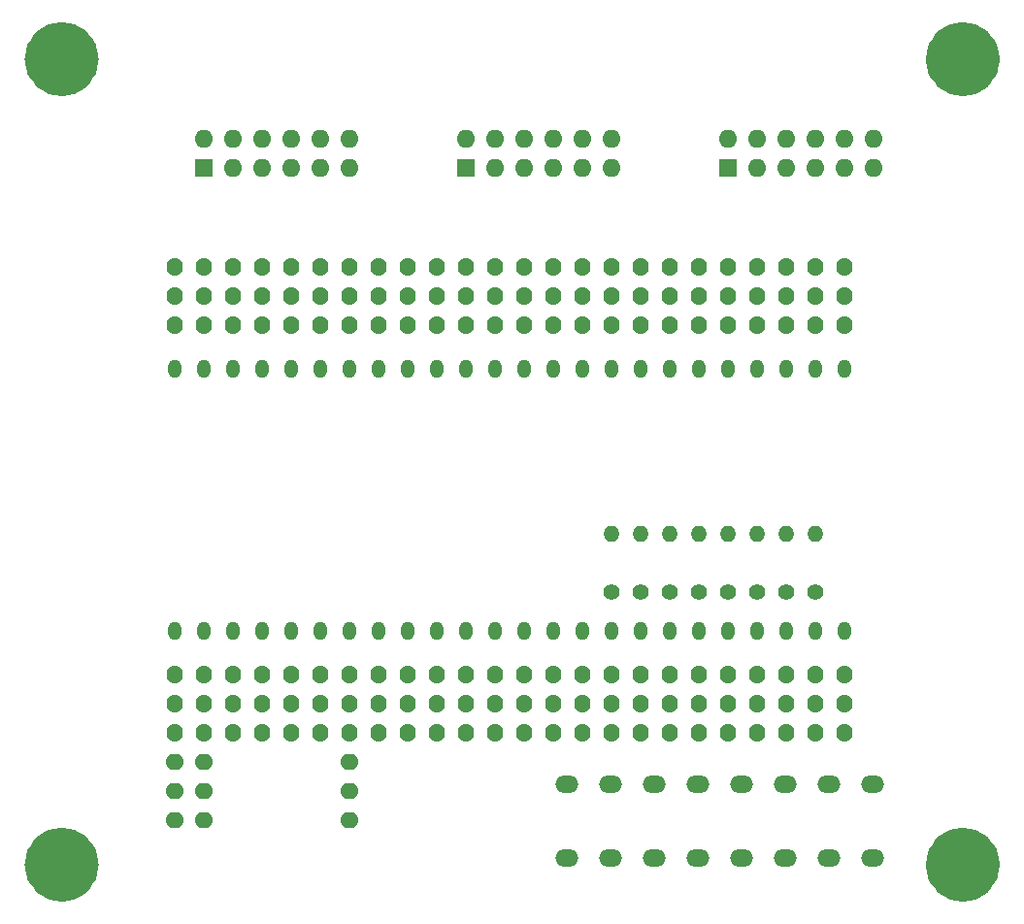
<source format=gbs>
%TF.GenerationSoftware,KiCad,Pcbnew,(7.0.0)*%
%TF.CreationDate,2023-03-12T18:50:35+09:00*%
%TF.ProjectId,TangNano_PmodBase,54616e67-4e61-46e6-9f5f-506d6f644261,rev?*%
%TF.SameCoordinates,Original*%
%TF.FileFunction,Soldermask,Bot*%
%TF.FilePolarity,Negative*%
%FSLAX46Y46*%
G04 Gerber Fmt 4.6, Leading zero omitted, Abs format (unit mm)*
G04 Created by KiCad (PCBNEW (7.0.0)) date 2023-03-12 18:50:35*
%MOMM*%
%LPD*%
G01*
G04 APERTURE LIST*
%ADD10C,3.250000*%
%ADD11R,1.600000X1.600000*%
%ADD12O,1.600000X1.600000*%
%ADD13O,2.000000X1.500000*%
%ADD14C,1.400000*%
%ADD15O,1.400000X1.400000*%
%ADD16O,1.600000X1.400000*%
%ADD17C,3.200000*%
%ADD18O,1.400000X1.600000*%
%ADD19O,1.200000X1.600000*%
G04 APERTURE END LIST*
%TO.C,H1*%
D10*
X76325000Y-31530000D02*
G75*
G03*
X76325000Y-31530000I-1625000J0D01*
G01*
%TO.C,H4*%
X76325000Y-101800000D02*
G75*
G03*
X76325000Y-101800000I-1625000J0D01*
G01*
%TO.C,H3*%
X154925000Y-31530000D02*
G75*
G03*
X154925000Y-31530000I-1625000J0D01*
G01*
%TO.C,H2*%
X154925000Y-101800000D02*
G75*
G03*
X154925000Y-101800000I-1625000J0D01*
G01*
%TD*%
D11*
%TO.C,J7*%
X87139999Y-41029999D03*
D12*
X89679999Y-41029999D03*
X92219999Y-41029999D03*
X94759999Y-41029999D03*
X97299999Y-41029999D03*
X99839999Y-41029999D03*
X87139999Y-38489999D03*
X89679999Y-38489999D03*
X92219999Y-38489999D03*
X94759999Y-38489999D03*
X97299999Y-38489999D03*
X99839999Y-38489999D03*
%TD*%
D13*
%TO.C,SW7*%
X122569999Y-94749999D03*
X122569999Y-101249999D03*
%TD*%
D11*
%TO.C,J6*%
X109999999Y-41029999D03*
D12*
X112539999Y-41029999D03*
X115079999Y-41029999D03*
X117619999Y-41029999D03*
X120159999Y-41029999D03*
X122699999Y-41029999D03*
X109999999Y-38489999D03*
X112539999Y-38489999D03*
X115079999Y-38489999D03*
X117619999Y-38489999D03*
X120159999Y-38489999D03*
X122699999Y-38489999D03*
%TD*%
D14*
%TO.C,R5*%
X130320000Y-77995000D03*
D15*
X130319999Y-72914999D03*
%TD*%
D16*
%TO.C,J11*%
X87139999Y-92859999D03*
X87139999Y-95399999D03*
X87139999Y-97939999D03*
%TD*%
D17*
%TO.C,H1*%
X74700000Y-31530000D03*
%TD*%
D14*
%TO.C,R2*%
X137940000Y-77995000D03*
D15*
X137939999Y-72914999D03*
%TD*%
D14*
%TO.C,R8*%
X122700000Y-77995000D03*
D15*
X122699999Y-72914999D03*
%TD*%
D14*
%TO.C,R1*%
X140480000Y-78000000D03*
D15*
X140479999Y-72919999D03*
%TD*%
D17*
%TO.C,H4*%
X74700000Y-101800000D03*
%TD*%
D14*
%TO.C,R3*%
X135400000Y-77995000D03*
D15*
X135399999Y-72914999D03*
%TD*%
D13*
%TO.C,SW5*%
X130189999Y-94749999D03*
X130189999Y-101249999D03*
%TD*%
D14*
%TO.C,R6*%
X127780000Y-77995000D03*
D15*
X127779999Y-72914999D03*
%TD*%
D17*
%TO.C,H3*%
X153300000Y-31530000D03*
%TD*%
D18*
%TO.C,J8*%
X143019999Y-49679999D03*
X140479999Y-49679999D03*
X137939999Y-49679999D03*
X135399999Y-49679999D03*
X132859999Y-49679999D03*
X130319999Y-49679999D03*
X127779999Y-49679999D03*
X125239999Y-49679999D03*
X122699999Y-49679999D03*
X120159999Y-49679999D03*
X117619999Y-49679999D03*
X115079999Y-49679999D03*
X112539999Y-49679999D03*
X109999999Y-49679999D03*
X107459999Y-49679999D03*
X104919999Y-49679999D03*
X102379999Y-49679999D03*
X99839999Y-49679999D03*
X97299999Y-49679999D03*
X94759999Y-49679999D03*
X92219999Y-49679999D03*
X89679999Y-49679999D03*
X87139999Y-49679999D03*
X84599999Y-49679999D03*
%TD*%
D13*
%TO.C,SW8*%
X118759999Y-94749999D03*
X118759999Y-101249999D03*
%TD*%
D18*
%TO.C,J3*%
X143019999Y-87779999D03*
X140479999Y-87779999D03*
X137939999Y-87779999D03*
X135399999Y-87779999D03*
X132859999Y-87779999D03*
X130319999Y-87779999D03*
X127779999Y-87779999D03*
X125239999Y-87779999D03*
X122699999Y-87779999D03*
X120159999Y-87779999D03*
X117619999Y-87779999D03*
X115079999Y-87779999D03*
X112539999Y-87779999D03*
X109999999Y-87779999D03*
X107459999Y-87779999D03*
X104919999Y-87779999D03*
X102379999Y-87779999D03*
X99839999Y-87779999D03*
X97299999Y-87779999D03*
X94759999Y-87779999D03*
X92219999Y-87779999D03*
X89679999Y-87779999D03*
X87139999Y-87779999D03*
X84599999Y-87779999D03*
%TD*%
%TO.C,J4*%
X143019999Y-90319999D03*
X140479999Y-90319999D03*
X137939999Y-90319999D03*
X135399999Y-90319999D03*
X132859999Y-90319999D03*
X130319999Y-90319999D03*
X127779999Y-90319999D03*
X125239999Y-90319999D03*
X122699999Y-90319999D03*
X120159999Y-90319999D03*
X117619999Y-90319999D03*
X115079999Y-90319999D03*
X112539999Y-90319999D03*
X109999999Y-90319999D03*
X107459999Y-90319999D03*
X104919999Y-90319999D03*
X102379999Y-90319999D03*
X99839999Y-90319999D03*
X97299999Y-90319999D03*
X94759999Y-90319999D03*
X92219999Y-90319999D03*
X89679999Y-90319999D03*
X87139999Y-90319999D03*
X84599999Y-90319999D03*
%TD*%
D13*
%TO.C,SW4*%
X133999999Y-94749999D03*
X133999999Y-101249999D03*
%TD*%
D14*
%TO.C,R7*%
X125240000Y-77995000D03*
D15*
X125239999Y-72914999D03*
%TD*%
D13*
%TO.C,SW1*%
X145429999Y-94749999D03*
X145429999Y-101249999D03*
%TD*%
D18*
%TO.C,J2*%
X143019999Y-54759999D03*
X140479999Y-54759999D03*
X137939999Y-54759999D03*
X135399999Y-54759999D03*
X132859999Y-54759999D03*
X130319999Y-54759999D03*
X127779999Y-54759999D03*
X125239999Y-54759999D03*
X122699999Y-54759999D03*
X120159999Y-54759999D03*
X117619999Y-54759999D03*
X115079999Y-54759999D03*
X112539999Y-54759999D03*
X109999999Y-54759999D03*
X107459999Y-54759999D03*
X104919999Y-54759999D03*
X102379999Y-54759999D03*
X99839999Y-54759999D03*
X97299999Y-54759999D03*
X94759999Y-54759999D03*
X92219999Y-54759999D03*
X89679999Y-54759999D03*
X87139999Y-54759999D03*
X84599999Y-54759999D03*
%TD*%
D13*
%TO.C,SW3*%
X137809999Y-94749999D03*
X137809999Y-101249999D03*
%TD*%
D14*
%TO.C,R4*%
X132860000Y-77995000D03*
D15*
X132859999Y-72914999D03*
%TD*%
D18*
%TO.C,J1*%
X143019999Y-52219999D03*
X140479999Y-52219999D03*
X137939999Y-52219999D03*
X135399999Y-52219999D03*
X132859999Y-52219999D03*
X130319999Y-52219999D03*
X127779999Y-52219999D03*
X125239999Y-52219999D03*
X122699999Y-52219999D03*
X120159999Y-52219999D03*
X117619999Y-52219999D03*
X115079999Y-52219999D03*
X112539999Y-52219999D03*
X109999999Y-52219999D03*
X107459999Y-52219999D03*
X104919999Y-52219999D03*
X102379999Y-52219999D03*
X99839999Y-52219999D03*
X97299999Y-52219999D03*
X94759999Y-52219999D03*
X92219999Y-52219999D03*
X89679999Y-52219999D03*
X87139999Y-52219999D03*
X84599999Y-52219999D03*
%TD*%
D19*
%TO.C,U1*%
X143019999Y-58569999D03*
X140479999Y-58569999D03*
X137939999Y-58569999D03*
X135399999Y-58569999D03*
X132859999Y-58569999D03*
X130319999Y-58569999D03*
X127779999Y-58569999D03*
X125239999Y-58569999D03*
X122699999Y-58569999D03*
X120159999Y-58569999D03*
X117619999Y-58569999D03*
X115079999Y-58569999D03*
X112539999Y-58569999D03*
X109999999Y-58569999D03*
X107459999Y-58569999D03*
X104919999Y-58569999D03*
X102379999Y-58569999D03*
X99839999Y-58569999D03*
X97299999Y-58569999D03*
X94759999Y-58569999D03*
X92219999Y-58569999D03*
X89679999Y-58569999D03*
X87139999Y-58569999D03*
X84599999Y-58569999D03*
X84599999Y-81429999D03*
X87139999Y-81429999D03*
X89679999Y-81429999D03*
X92219999Y-81429999D03*
X94759999Y-81429999D03*
X97299999Y-81429999D03*
X99839999Y-81429999D03*
X102379999Y-81429999D03*
X104919999Y-81429999D03*
X107459999Y-81429999D03*
X109999999Y-81429999D03*
X112539999Y-81429999D03*
X115079999Y-81429999D03*
X117619999Y-81429999D03*
X120159999Y-81429999D03*
X122699999Y-81429999D03*
X125239999Y-81429999D03*
X127779999Y-81429999D03*
X130319999Y-81429999D03*
X132859999Y-81429999D03*
X135399999Y-81429999D03*
X137939999Y-81429999D03*
X140479999Y-81429999D03*
X143019999Y-81429999D03*
%TD*%
D13*
%TO.C,SW6*%
X126379999Y-94749999D03*
X126379999Y-101249999D03*
%TD*%
D16*
%TO.C,J12*%
X99839999Y-92859999D03*
X99839999Y-95399999D03*
X99839999Y-97939999D03*
%TD*%
D13*
%TO.C,SW2*%
X141619999Y-94749999D03*
X141619999Y-101249999D03*
%TD*%
D11*
%TO.C,J5*%
X132859999Y-41029999D03*
D12*
X135399999Y-41029999D03*
X137939999Y-41029999D03*
X140479999Y-41029999D03*
X143019999Y-41029999D03*
X145559999Y-41029999D03*
X132859999Y-38489999D03*
X135399999Y-38489999D03*
X137939999Y-38489999D03*
X140479999Y-38489999D03*
X143019999Y-38489999D03*
X145559999Y-38489999D03*
%TD*%
D18*
%TO.C,J9*%
X143019999Y-85239999D03*
X140479999Y-85239999D03*
X137939999Y-85239999D03*
X135399999Y-85239999D03*
X132859999Y-85239999D03*
X130319999Y-85239999D03*
X127779999Y-85239999D03*
X125239999Y-85239999D03*
X122699999Y-85239999D03*
X120159999Y-85239999D03*
X117619999Y-85239999D03*
X115079999Y-85239999D03*
X112539999Y-85239999D03*
X109999999Y-85239999D03*
X107459999Y-85239999D03*
X104919999Y-85239999D03*
X102379999Y-85239999D03*
X99839999Y-85239999D03*
X97299999Y-85239999D03*
X94759999Y-85239999D03*
X92219999Y-85239999D03*
X89679999Y-85239999D03*
X87139999Y-85239999D03*
X84599999Y-85239999D03*
%TD*%
D16*
%TO.C,J10*%
X84599999Y-92859999D03*
X84599999Y-95399999D03*
X84599999Y-97939999D03*
%TD*%
D17*
%TO.C,H2*%
X153300000Y-101800000D03*
%TD*%
M02*

</source>
